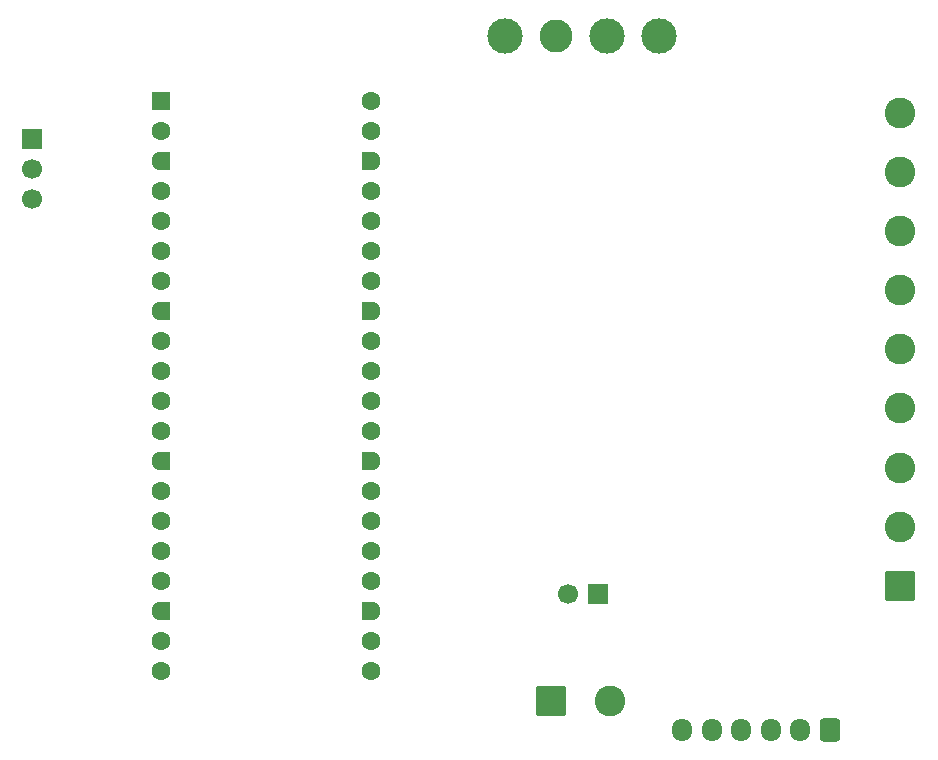
<source format=gbs>
%TF.GenerationSoftware,KiCad,Pcbnew,9.0.2*%
%TF.CreationDate,2025-07-02T07:21:28-06:00*%
%TF.ProjectId,Pico_H-bridge_complete,5069636f-5f48-42d6-9272-696467655f63,rev?*%
%TF.SameCoordinates,Original*%
%TF.FileFunction,Soldermask,Bot*%
%TF.FilePolarity,Negative*%
%FSLAX46Y46*%
G04 Gerber Fmt 4.6, Leading zero omitted, Abs format (unit mm)*
G04 Created by KiCad (PCBNEW 9.0.2) date 2025-07-02 07:21:28*
%MOMM*%
%LPD*%
G01*
G04 APERTURE LIST*
G04 Aperture macros list*
%AMRoundRect*
0 Rectangle with rounded corners*
0 $1 Rounding radius*
0 $2 $3 $4 $5 $6 $7 $8 $9 X,Y pos of 4 corners*
0 Add a 4 corners polygon primitive as box body*
4,1,4,$2,$3,$4,$5,$6,$7,$8,$9,$2,$3,0*
0 Add four circle primitives for the rounded corners*
1,1,$1+$1,$2,$3*
1,1,$1+$1,$4,$5*
1,1,$1+$1,$6,$7*
1,1,$1+$1,$8,$9*
0 Add four rect primitives between the rounded corners*
20,1,$1+$1,$2,$3,$4,$5,0*
20,1,$1+$1,$4,$5,$6,$7,0*
20,1,$1+$1,$6,$7,$8,$9,0*
20,1,$1+$1,$8,$9,$2,$3,0*%
%AMFreePoly0*
4,1,37,0.603843,0.796157,0.639018,0.796157,0.711114,0.766294,0.766294,0.711114,0.796157,0.639018,0.796157,0.603843,0.800000,0.600000,0.800000,-0.600000,0.796157,-0.603843,0.796157,-0.639018,0.766294,-0.711114,0.711114,-0.766294,0.639018,-0.796157,0.603843,-0.796157,0.600000,-0.800000,0.000000,-0.800000,0.000000,-0.796148,-0.078414,-0.796148,-0.232228,-0.765552,-0.377117,-0.705537,
-0.507515,-0.618408,-0.618408,-0.507515,-0.705537,-0.377117,-0.765552,-0.232228,-0.796148,-0.078414,-0.796148,0.078414,-0.765552,0.232228,-0.705537,0.377117,-0.618408,0.507515,-0.507515,0.618408,-0.377117,0.705537,-0.232228,0.765552,-0.078414,0.796148,0.000000,0.796148,0.000000,0.800000,0.600000,0.800000,0.603843,0.796157,0.603843,0.796157,$1*%
%AMFreePoly1*
4,1,37,0.000000,0.796148,0.078414,0.796148,0.232228,0.765552,0.377117,0.705537,0.507515,0.618408,0.618408,0.507515,0.705537,0.377117,0.765552,0.232228,0.796148,0.078414,0.796148,-0.078414,0.765552,-0.232228,0.705537,-0.377117,0.618408,-0.507515,0.507515,-0.618408,0.377117,-0.705537,0.232228,-0.765552,0.078414,-0.796148,0.000000,-0.796148,0.000000,-0.800000,-0.600000,-0.800000,
-0.603843,-0.796157,-0.639018,-0.796157,-0.711114,-0.766294,-0.766294,-0.711114,-0.796157,-0.639018,-0.796157,-0.603843,-0.800000,-0.600000,-0.800000,0.600000,-0.796157,0.603843,-0.796157,0.639018,-0.766294,0.711114,-0.711114,0.766294,-0.639018,0.796157,-0.603843,0.796157,-0.600000,0.800000,0.000000,0.800000,0.000000,0.796148,0.000000,0.796148,$1*%
G04 Aperture macros list end*
%ADD10RoundRect,0.200000X-0.600000X-0.600000X0.600000X-0.600000X0.600000X0.600000X-0.600000X0.600000X0*%
%ADD11C,1.600000*%
%ADD12FreePoly0,0.000000*%
%ADD13FreePoly1,0.000000*%
%ADD14RoundRect,0.250000X1.050000X-1.050000X1.050000X1.050000X-1.050000X1.050000X-1.050000X-1.050000X0*%
%ADD15C,2.600000*%
%ADD16C,3.000000*%
%ADD17C,1.700000*%
%ADD18R,1.700000X1.700000*%
%ADD19C,2.800000*%
%ADD20O,1.700000X1.950000*%
%ADD21RoundRect,0.250000X0.600000X0.725000X-0.600000X0.725000X-0.600000X-0.725000X0.600000X-0.725000X0*%
%ADD22RoundRect,0.250000X-1.050000X-1.050000X1.050000X-1.050000X1.050000X1.050000X-1.050000X1.050000X0*%
G04 APERTURE END LIST*
D10*
%TO.C,U1*%
X97400000Y-64300000D03*
D11*
X97400000Y-66840000D03*
D12*
X97400000Y-69380000D03*
D11*
X97400000Y-71920000D03*
X97400000Y-74460000D03*
X97400000Y-77000000D03*
X97400000Y-79540000D03*
D12*
X97400000Y-82080000D03*
D11*
X97400000Y-84620000D03*
X97400000Y-87160000D03*
X97400000Y-89700000D03*
X97400000Y-92240000D03*
D12*
X97400000Y-94780000D03*
D11*
X97400000Y-97320000D03*
X97400000Y-99860000D03*
X97400000Y-102400000D03*
X97400000Y-104940000D03*
D12*
X97400000Y-107480000D03*
D11*
X97400000Y-110020000D03*
X97400000Y-112560000D03*
X115180000Y-112560000D03*
X115180000Y-110020000D03*
D13*
X115180000Y-107480000D03*
D11*
X115180000Y-104940000D03*
X115180000Y-102400000D03*
X115180000Y-99860000D03*
X115180000Y-97320000D03*
D13*
X115180000Y-94780000D03*
D11*
X115180000Y-92240000D03*
X115180000Y-89700000D03*
X115180000Y-87160000D03*
X115180000Y-84620000D03*
D13*
X115180000Y-82080000D03*
D11*
X115180000Y-79540000D03*
X115180000Y-77000000D03*
X115180000Y-74460000D03*
X115180000Y-71920000D03*
D13*
X115180000Y-69380000D03*
D11*
X115180000Y-66840000D03*
X115180000Y-64300000D03*
%TD*%
D14*
%TO.C,J1*%
X160020000Y-105300000D03*
D15*
X160020000Y-100300000D03*
X160020000Y-95300000D03*
X160020000Y-90300000D03*
X160020000Y-85300000D03*
X160020000Y-80300000D03*
X160020000Y-75300000D03*
X160020000Y-70300000D03*
X160020000Y-65300000D03*
%TD*%
D16*
%TO.C,TP1*%
X126575000Y-58725000D03*
%TD*%
D17*
%TO.C,J4*%
X131865000Y-105995000D03*
D18*
X134405000Y-105995000D03*
%TD*%
D16*
%TO.C,TP2*%
X139572778Y-58725000D03*
%TD*%
D19*
%TO.C,TP6*%
X130907593Y-58725000D03*
%TD*%
D20*
%TO.C,J2*%
X141575000Y-117555000D03*
X144075000Y-117555000D03*
X146575000Y-117555000D03*
X149075000Y-117555000D03*
X151575000Y-117555000D03*
D21*
X154075000Y-117555000D03*
%TD*%
D16*
%TO.C,TP3*%
X135240185Y-58725000D03*
%TD*%
D15*
%TO.C,J3*%
X135425000Y-115100000D03*
D22*
X130425000Y-115100000D03*
%TD*%
D18*
%TO.C,JP1*%
X86550000Y-67485000D03*
D17*
X86550000Y-70025000D03*
X86550000Y-72565000D03*
%TD*%
M02*

</source>
